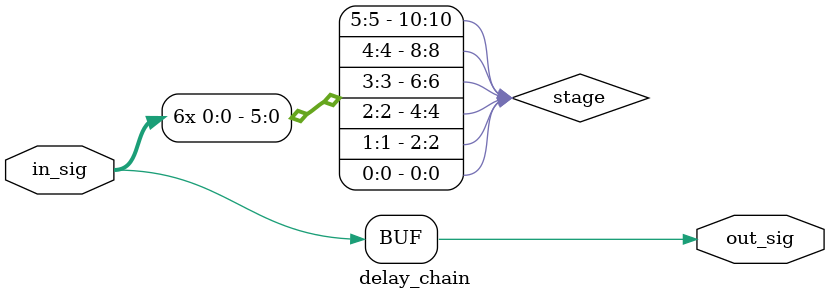
<source format=v>
`timescale 1ns/1ps
module delay_chain (
    input  wire in_sig,
    output wire out_sig
);
    // 10 stages, each with 1 ns delay.
    wire [10:0] stage;
    assign stage[0] = in_sig;

    assign #1 stage[1]  = ~stage[0];
    assign #1 stage[2]  = ~stage[1];
    assign #1 stage[3]  = ~stage[2];
    assign #1 stage[4]  = ~stage[3];
    assign #1 stage[5]  = ~stage[4];
    assign #1 stage[6]  = ~stage[5];
    assign #1 stage[7]  = ~stage[6];
    assign #1 stage[8]  = ~stage[7];
    assign #1 stage[9]  = ~stage[8];
    assign #1 stage[10] = ~stage[9];

    assign out_sig = stage[10];
endmodule

</source>
